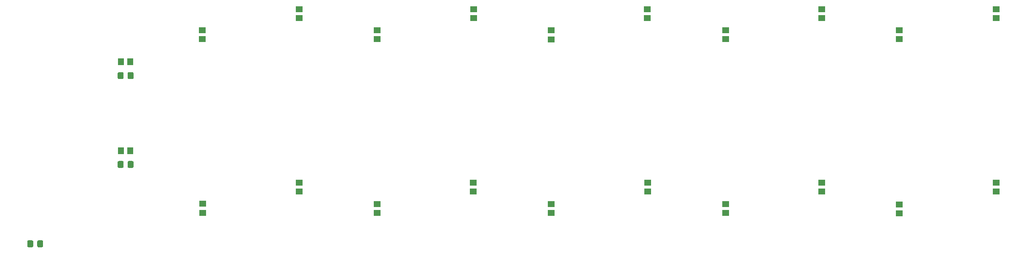
<source format=gbp>
G04 #@! TF.GenerationSoftware,KiCad,Pcbnew,(5.1.10)-1*
G04 #@! TF.CreationDate,2022-05-26T00:57:47+10:00*
G04 #@! TF.ProjectId,UnlockManifolds,556e6c6f-636b-44d6-916e-69666f6c6473,rev?*
G04 #@! TF.SameCoordinates,Original*
G04 #@! TF.FileFunction,Paste,Bot*
G04 #@! TF.FilePolarity,Positive*
%FSLAX46Y46*%
G04 Gerber Fmt 4.6, Leading zero omitted, Abs format (unit mm)*
G04 Created by KiCad (PCBNEW (5.1.10)-1) date 2022-05-26 00:57:47*
%MOMM*%
%LPD*%
G01*
G04 APERTURE LIST*
%ADD10R,1.450000X1.150000*%
%ADD11R,1.150000X1.450000*%
G04 APERTURE END LIST*
D10*
X219760800Y-126096600D03*
X219760800Y-124296600D03*
X95326200Y-93588000D03*
X95326200Y-95388000D03*
X114782600Y-89320800D03*
X114782600Y-91120800D03*
X130429000Y-93588000D03*
X130429000Y-95388000D03*
X149809200Y-89320800D03*
X149809200Y-91120800D03*
X165379400Y-93613400D03*
X165379400Y-95413400D03*
X184734200Y-89320800D03*
X184734200Y-91120800D03*
X200431400Y-93588000D03*
X200431400Y-95388000D03*
X219760800Y-89320800D03*
X219760800Y-91120800D03*
X235331000Y-93588000D03*
X235331000Y-95388000D03*
X254812800Y-89320800D03*
X254812800Y-91120800D03*
X254787400Y-126122000D03*
X254787400Y-124322000D03*
X235331000Y-130490800D03*
X235331000Y-128690800D03*
X200406000Y-130440000D03*
X200406000Y-128640000D03*
X184810400Y-126122000D03*
X184810400Y-124322000D03*
X165379400Y-130414600D03*
X165379400Y-128614600D03*
X149733000Y-126122000D03*
X149733000Y-124322000D03*
X130403600Y-130440000D03*
X130403600Y-128640000D03*
X114757200Y-126122000D03*
X114757200Y-124322000D03*
X95377000Y-130389200D03*
X95377000Y-128589200D03*
D11*
X78983000Y-99949000D03*
X80783000Y-99949000D03*
X78983000Y-117856000D03*
X80783000Y-117856000D03*
G36*
G01*
X80283000Y-103193001D02*
X80283000Y-102292999D01*
G75*
G02*
X80532999Y-102043000I249999J0D01*
G01*
X81233001Y-102043000D01*
G75*
G02*
X81483000Y-102292999I0J-249999D01*
G01*
X81483000Y-103193001D01*
G75*
G02*
X81233001Y-103443000I-249999J0D01*
G01*
X80532999Y-103443000D01*
G75*
G02*
X80283000Y-103193001I0J249999D01*
G01*
G37*
G36*
G01*
X78283000Y-103193001D02*
X78283000Y-102292999D01*
G75*
G02*
X78532999Y-102043000I249999J0D01*
G01*
X79233001Y-102043000D01*
G75*
G02*
X79483000Y-102292999I0J-249999D01*
G01*
X79483000Y-103193001D01*
G75*
G02*
X79233001Y-103443000I-249999J0D01*
G01*
X78532999Y-103443000D01*
G75*
G02*
X78283000Y-103193001I0J249999D01*
G01*
G37*
G36*
G01*
X80283000Y-121100001D02*
X80283000Y-120199999D01*
G75*
G02*
X80532999Y-119950000I249999J0D01*
G01*
X81233001Y-119950000D01*
G75*
G02*
X81483000Y-120199999I0J-249999D01*
G01*
X81483000Y-121100001D01*
G75*
G02*
X81233001Y-121350000I-249999J0D01*
G01*
X80532999Y-121350000D01*
G75*
G02*
X80283000Y-121100001I0J249999D01*
G01*
G37*
G36*
G01*
X78283000Y-121100001D02*
X78283000Y-120199999D01*
G75*
G02*
X78532999Y-119950000I249999J0D01*
G01*
X79233001Y-119950000D01*
G75*
G02*
X79483000Y-120199999I0J-249999D01*
G01*
X79483000Y-121100001D01*
G75*
G02*
X79233001Y-121350000I-249999J0D01*
G01*
X78532999Y-121350000D01*
G75*
G02*
X78283000Y-121100001I0J249999D01*
G01*
G37*
G36*
G01*
X61322000Y-136201999D02*
X61322000Y-137102001D01*
G75*
G02*
X61072001Y-137352000I-249999J0D01*
G01*
X60371999Y-137352000D01*
G75*
G02*
X60122000Y-137102001I0J249999D01*
G01*
X60122000Y-136201999D01*
G75*
G02*
X60371999Y-135952000I249999J0D01*
G01*
X61072001Y-135952000D01*
G75*
G02*
X61322000Y-136201999I0J-249999D01*
G01*
G37*
G36*
G01*
X63322000Y-136201999D02*
X63322000Y-137102001D01*
G75*
G02*
X63072001Y-137352000I-249999J0D01*
G01*
X62371999Y-137352000D01*
G75*
G02*
X62122000Y-137102001I0J249999D01*
G01*
X62122000Y-136201999D01*
G75*
G02*
X62371999Y-135952000I249999J0D01*
G01*
X63072001Y-135952000D01*
G75*
G02*
X63322000Y-136201999I0J-249999D01*
G01*
G37*
M02*

</source>
